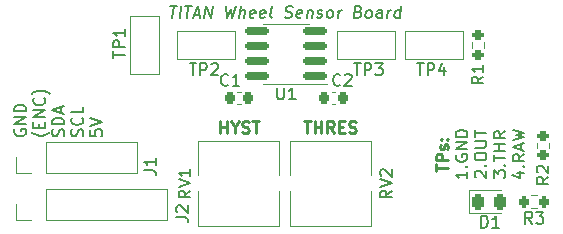
<source format=gto>
%TF.GenerationSoftware,KiCad,Pcbnew,6.0.2+dfsg-1*%
%TF.CreationDate,2022-08-15T18:10:52-04:00*%
%TF.ProjectId,titan_wheel,74697461-6e5f-4776-9865-656c2e6b6963,1*%
%TF.SameCoordinates,Original*%
%TF.FileFunction,Legend,Top*%
%TF.FilePolarity,Positive*%
%FSLAX46Y46*%
G04 Gerber Fmt 4.6, Leading zero omitted, Abs format (unit mm)*
G04 Created by KiCad (PCBNEW 6.0.2+dfsg-1) date 2022-08-15 18:10:52*
%MOMM*%
%LPD*%
G01*
G04 APERTURE LIST*
G04 Aperture macros list*
%AMRoundRect*
0 Rectangle with rounded corners*
0 $1 Rounding radius*
0 $2 $3 $4 $5 $6 $7 $8 $9 X,Y pos of 4 corners*
0 Add a 4 corners polygon primitive as box body*
4,1,4,$2,$3,$4,$5,$6,$7,$8,$9,$2,$3,0*
0 Add four circle primitives for the rounded corners*
1,1,$1+$1,$2,$3*
1,1,$1+$1,$4,$5*
1,1,$1+$1,$6,$7*
1,1,$1+$1,$8,$9*
0 Add four rect primitives between the rounded corners*
20,1,$1+$1,$2,$3,$4,$5,0*
20,1,$1+$1,$4,$5,$6,$7,0*
20,1,$1+$1,$6,$7,$8,$9,0*
20,1,$1+$1,$8,$9,$2,$3,0*%
G04 Aperture macros list end*
%ADD10C,0.150000*%
%ADD11C,0.250000*%
%ADD12C,0.120000*%
%ADD13RoundRect,0.200000X0.275000X-0.200000X0.275000X0.200000X-0.275000X0.200000X-0.275000X-0.200000X0*%
%ADD14C,2.000000*%
%ADD15RoundRect,0.150000X0.825000X0.150000X-0.825000X0.150000X-0.825000X-0.150000X0.825000X-0.150000X0*%
%ADD16RoundRect,0.200000X0.200000X0.275000X-0.200000X0.275000X-0.200000X-0.275000X0.200000X-0.275000X0*%
%ADD17C,1.440000*%
%ADD18R,1.700000X1.700000*%
%ADD19O,1.700000X1.700000*%
%ADD20C,3.200000*%
%ADD21RoundRect,0.225000X-0.225000X-0.250000X0.225000X-0.250000X0.225000X0.250000X-0.225000X0.250000X0*%
%ADD22RoundRect,0.225000X0.225000X0.250000X-0.225000X0.250000X-0.225000X-0.250000X0.225000X-0.250000X0*%
%ADD23RoundRect,0.243750X-0.243750X-0.456250X0.243750X-0.456250X0.243750X0.456250X-0.243750X0.456250X0*%
%ADD24C,2.500000*%
%ADD25C,1.000000*%
%ADD26C,1.500000*%
%ADD27O,1.600000X1.200000*%
%ADD28O,1.200000X1.200000*%
G04 APERTURE END LIST*
D10*
X121030000Y-50140595D02*
X120982380Y-50235833D01*
X120982380Y-50378690D01*
X121030000Y-50521547D01*
X121125238Y-50616785D01*
X121220476Y-50664404D01*
X121410952Y-50712023D01*
X121553809Y-50712023D01*
X121744285Y-50664404D01*
X121839523Y-50616785D01*
X121934761Y-50521547D01*
X121982380Y-50378690D01*
X121982380Y-50283452D01*
X121934761Y-50140595D01*
X121887142Y-50092976D01*
X121553809Y-50092976D01*
X121553809Y-50283452D01*
X121982380Y-49664404D02*
X120982380Y-49664404D01*
X121982380Y-49092976D01*
X120982380Y-49092976D01*
X121982380Y-48616785D02*
X120982380Y-48616785D01*
X120982380Y-48378690D01*
X121030000Y-48235833D01*
X121125238Y-48140595D01*
X121220476Y-48092976D01*
X121410952Y-48045357D01*
X121553809Y-48045357D01*
X121744285Y-48092976D01*
X121839523Y-48140595D01*
X121934761Y-48235833D01*
X121982380Y-48378690D01*
X121982380Y-48616785D01*
X123973333Y-50378690D02*
X123925714Y-50426309D01*
X123782857Y-50521547D01*
X123687619Y-50569166D01*
X123544761Y-50616785D01*
X123306666Y-50664404D01*
X123116190Y-50664404D01*
X122878095Y-50616785D01*
X122735238Y-50569166D01*
X122640000Y-50521547D01*
X122497142Y-50426309D01*
X122449523Y-50378690D01*
X123068571Y-49997738D02*
X123068571Y-49664404D01*
X123592380Y-49521547D02*
X123592380Y-49997738D01*
X122592380Y-49997738D01*
X122592380Y-49521547D01*
X123592380Y-49092976D02*
X122592380Y-49092976D01*
X123592380Y-48521547D01*
X122592380Y-48521547D01*
X123497142Y-47473928D02*
X123544761Y-47521547D01*
X123592380Y-47664404D01*
X123592380Y-47759642D01*
X123544761Y-47902500D01*
X123449523Y-47997738D01*
X123354285Y-48045357D01*
X123163809Y-48092976D01*
X123020952Y-48092976D01*
X122830476Y-48045357D01*
X122735238Y-47997738D01*
X122640000Y-47902500D01*
X122592380Y-47759642D01*
X122592380Y-47664404D01*
X122640000Y-47521547D01*
X122687619Y-47473928D01*
X123973333Y-47140595D02*
X123925714Y-47092976D01*
X123782857Y-46997738D01*
X123687619Y-46950119D01*
X123544761Y-46902500D01*
X123306666Y-46854880D01*
X123116190Y-46854880D01*
X122878095Y-46902500D01*
X122735238Y-46950119D01*
X122640000Y-46997738D01*
X122497142Y-47092976D01*
X122449523Y-47140595D01*
X125154761Y-50712023D02*
X125202380Y-50569166D01*
X125202380Y-50331071D01*
X125154761Y-50235833D01*
X125107142Y-50188214D01*
X125011904Y-50140595D01*
X124916666Y-50140595D01*
X124821428Y-50188214D01*
X124773809Y-50235833D01*
X124726190Y-50331071D01*
X124678571Y-50521547D01*
X124630952Y-50616785D01*
X124583333Y-50664404D01*
X124488095Y-50712023D01*
X124392857Y-50712023D01*
X124297619Y-50664404D01*
X124250000Y-50616785D01*
X124202380Y-50521547D01*
X124202380Y-50283452D01*
X124250000Y-50140595D01*
X125202380Y-49712023D02*
X124202380Y-49712023D01*
X124202380Y-49473928D01*
X124250000Y-49331071D01*
X124345238Y-49235833D01*
X124440476Y-49188214D01*
X124630952Y-49140595D01*
X124773809Y-49140595D01*
X124964285Y-49188214D01*
X125059523Y-49235833D01*
X125154761Y-49331071D01*
X125202380Y-49473928D01*
X125202380Y-49712023D01*
X124916666Y-48759642D02*
X124916666Y-48283452D01*
X125202380Y-48854880D02*
X124202380Y-48521547D01*
X125202380Y-48188214D01*
X126764761Y-50712023D02*
X126812380Y-50569166D01*
X126812380Y-50331071D01*
X126764761Y-50235833D01*
X126717142Y-50188214D01*
X126621904Y-50140595D01*
X126526666Y-50140595D01*
X126431428Y-50188214D01*
X126383809Y-50235833D01*
X126336190Y-50331071D01*
X126288571Y-50521547D01*
X126240952Y-50616785D01*
X126193333Y-50664404D01*
X126098095Y-50712023D01*
X126002857Y-50712023D01*
X125907619Y-50664404D01*
X125860000Y-50616785D01*
X125812380Y-50521547D01*
X125812380Y-50283452D01*
X125860000Y-50140595D01*
X126717142Y-49140595D02*
X126764761Y-49188214D01*
X126812380Y-49331071D01*
X126812380Y-49426309D01*
X126764761Y-49569166D01*
X126669523Y-49664404D01*
X126574285Y-49712023D01*
X126383809Y-49759642D01*
X126240952Y-49759642D01*
X126050476Y-49712023D01*
X125955238Y-49664404D01*
X125860000Y-49569166D01*
X125812380Y-49426309D01*
X125812380Y-49331071D01*
X125860000Y-49188214D01*
X125907619Y-49140595D01*
X126812380Y-48235833D02*
X126812380Y-48712023D01*
X125812380Y-48712023D01*
X127422380Y-50188214D02*
X127422380Y-50664404D01*
X127898571Y-50712023D01*
X127850952Y-50664404D01*
X127803333Y-50569166D01*
X127803333Y-50331071D01*
X127850952Y-50235833D01*
X127898571Y-50188214D01*
X127993809Y-50140595D01*
X128231904Y-50140595D01*
X128327142Y-50188214D01*
X128374761Y-50235833D01*
X128422380Y-50331071D01*
X128422380Y-50569166D01*
X128374761Y-50664404D01*
X128327142Y-50712023D01*
X127422380Y-49854880D02*
X128422380Y-49521547D01*
X127422380Y-49188214D01*
D11*
X145511904Y-49452380D02*
X146083333Y-49452380D01*
X145797619Y-50452380D02*
X145797619Y-49452380D01*
X146416666Y-50452380D02*
X146416666Y-49452380D01*
X146416666Y-49928571D02*
X146988095Y-49928571D01*
X146988095Y-50452380D02*
X146988095Y-49452380D01*
X148035714Y-50452380D02*
X147702380Y-49976190D01*
X147464285Y-50452380D02*
X147464285Y-49452380D01*
X147845238Y-49452380D01*
X147940476Y-49500000D01*
X147988095Y-49547619D01*
X148035714Y-49642857D01*
X148035714Y-49785714D01*
X147988095Y-49880952D01*
X147940476Y-49928571D01*
X147845238Y-49976190D01*
X147464285Y-49976190D01*
X148464285Y-49928571D02*
X148797619Y-49928571D01*
X148940476Y-50452380D02*
X148464285Y-50452380D01*
X148464285Y-49452380D01*
X148940476Y-49452380D01*
X149321428Y-50404761D02*
X149464285Y-50452380D01*
X149702380Y-50452380D01*
X149797619Y-50404761D01*
X149845238Y-50357142D01*
X149892857Y-50261904D01*
X149892857Y-50166666D01*
X149845238Y-50071428D01*
X149797619Y-50023809D01*
X149702380Y-49976190D01*
X149511904Y-49928571D01*
X149416666Y-49880952D01*
X149369047Y-49833333D01*
X149321428Y-49738095D01*
X149321428Y-49642857D01*
X149369047Y-49547619D01*
X149416666Y-49500000D01*
X149511904Y-49452380D01*
X149750000Y-49452380D01*
X149892857Y-49500000D01*
X138428571Y-50452380D02*
X138428571Y-49452380D01*
X138428571Y-49928571D02*
X139000000Y-49928571D01*
X139000000Y-50452380D02*
X139000000Y-49452380D01*
X139666666Y-49976190D02*
X139666666Y-50452380D01*
X139333333Y-49452380D02*
X139666666Y-49976190D01*
X140000000Y-49452380D01*
X140285714Y-50404761D02*
X140428571Y-50452380D01*
X140666666Y-50452380D01*
X140761904Y-50404761D01*
X140809523Y-50357142D01*
X140857142Y-50261904D01*
X140857142Y-50166666D01*
X140809523Y-50071428D01*
X140761904Y-50023809D01*
X140666666Y-49976190D01*
X140476190Y-49928571D01*
X140380952Y-49880952D01*
X140333333Y-49833333D01*
X140285714Y-49738095D01*
X140285714Y-49642857D01*
X140333333Y-49547619D01*
X140380952Y-49500000D01*
X140476190Y-49452380D01*
X140714285Y-49452380D01*
X140857142Y-49500000D01*
X141142857Y-49452380D02*
X141714285Y-49452380D01*
X141428571Y-50452380D02*
X141428571Y-49452380D01*
D10*
X134196994Y-39702380D02*
X134768422Y-39702380D01*
X134357708Y-40702380D02*
X134482708Y-39702380D01*
X134976755Y-40702380D02*
X135101755Y-39702380D01*
X135435089Y-39702380D02*
X136006517Y-39702380D01*
X135595803Y-40702380D02*
X135720803Y-39702380D01*
X136202946Y-40416666D02*
X136679136Y-40416666D01*
X136071994Y-40702380D02*
X136530327Y-39702380D01*
X136738660Y-40702380D01*
X137071994Y-40702380D02*
X137196994Y-39702380D01*
X137643422Y-40702380D01*
X137768422Y-39702380D01*
X138911279Y-39702380D02*
X139024375Y-40702380D01*
X139304136Y-39988095D01*
X139405327Y-40702380D01*
X139768422Y-39702380D01*
X140024375Y-40702380D02*
X140149375Y-39702380D01*
X140452946Y-40702380D02*
X140518422Y-40178571D01*
X140482708Y-40083333D01*
X140393422Y-40035714D01*
X140250565Y-40035714D01*
X140149375Y-40083333D01*
X140095803Y-40130952D01*
X141316041Y-40654761D02*
X141214851Y-40702380D01*
X141024375Y-40702380D01*
X140935089Y-40654761D01*
X140899375Y-40559523D01*
X140946994Y-40178571D01*
X141006517Y-40083333D01*
X141107708Y-40035714D01*
X141298184Y-40035714D01*
X141387470Y-40083333D01*
X141423184Y-40178571D01*
X141411279Y-40273809D01*
X140923184Y-40369047D01*
X142173184Y-40654761D02*
X142071994Y-40702380D01*
X141881517Y-40702380D01*
X141792232Y-40654761D01*
X141756517Y-40559523D01*
X141804136Y-40178571D01*
X141863660Y-40083333D01*
X141964851Y-40035714D01*
X142155327Y-40035714D01*
X142244613Y-40083333D01*
X142280327Y-40178571D01*
X142268422Y-40273809D01*
X141780327Y-40369047D01*
X142786279Y-40702380D02*
X142696994Y-40654761D01*
X142661279Y-40559523D01*
X142768422Y-39702380D01*
X143887470Y-40654761D02*
X144024375Y-40702380D01*
X144262470Y-40702380D01*
X144363660Y-40654761D01*
X144417232Y-40607142D01*
X144476755Y-40511904D01*
X144488660Y-40416666D01*
X144452946Y-40321428D01*
X144411279Y-40273809D01*
X144321994Y-40226190D01*
X144137470Y-40178571D01*
X144048184Y-40130952D01*
X144006517Y-40083333D01*
X143970803Y-39988095D01*
X143982708Y-39892857D01*
X144042232Y-39797619D01*
X144095803Y-39750000D01*
X144196994Y-39702380D01*
X144435089Y-39702380D01*
X144571994Y-39750000D01*
X145268422Y-40654761D02*
X145167232Y-40702380D01*
X144976755Y-40702380D01*
X144887470Y-40654761D01*
X144851755Y-40559523D01*
X144899375Y-40178571D01*
X144958898Y-40083333D01*
X145060089Y-40035714D01*
X145250565Y-40035714D01*
X145339851Y-40083333D01*
X145375565Y-40178571D01*
X145363660Y-40273809D01*
X144875565Y-40369047D01*
X145821994Y-40035714D02*
X145738660Y-40702380D01*
X145810089Y-40130952D02*
X145863660Y-40083333D01*
X145964851Y-40035714D01*
X146107708Y-40035714D01*
X146196994Y-40083333D01*
X146232708Y-40178571D01*
X146167232Y-40702380D01*
X146601755Y-40654761D02*
X146691041Y-40702380D01*
X146881517Y-40702380D01*
X146982708Y-40654761D01*
X147042232Y-40559523D01*
X147048184Y-40511904D01*
X147012470Y-40416666D01*
X146923184Y-40369047D01*
X146780327Y-40369047D01*
X146691041Y-40321428D01*
X146655327Y-40226190D01*
X146661279Y-40178571D01*
X146720803Y-40083333D01*
X146821994Y-40035714D01*
X146964851Y-40035714D01*
X147054136Y-40083333D01*
X147595803Y-40702380D02*
X147506517Y-40654761D01*
X147464851Y-40607142D01*
X147429136Y-40511904D01*
X147464851Y-40226190D01*
X147524375Y-40130952D01*
X147577946Y-40083333D01*
X147679136Y-40035714D01*
X147821994Y-40035714D01*
X147911279Y-40083333D01*
X147952946Y-40130952D01*
X147988660Y-40226190D01*
X147952946Y-40511904D01*
X147893422Y-40607142D01*
X147839851Y-40654761D01*
X147738660Y-40702380D01*
X147595803Y-40702380D01*
X148357708Y-40702380D02*
X148441041Y-40035714D01*
X148417232Y-40226190D02*
X148476755Y-40130952D01*
X148530327Y-40083333D01*
X148631517Y-40035714D01*
X148726755Y-40035714D01*
X150137470Y-40178571D02*
X150274375Y-40226190D01*
X150316041Y-40273809D01*
X150351755Y-40369047D01*
X150333898Y-40511904D01*
X150274375Y-40607142D01*
X150220803Y-40654761D01*
X150119613Y-40702380D01*
X149738660Y-40702380D01*
X149863660Y-39702380D01*
X150196994Y-39702380D01*
X150286279Y-39750000D01*
X150327946Y-39797619D01*
X150363660Y-39892857D01*
X150351755Y-39988095D01*
X150292232Y-40083333D01*
X150238660Y-40130952D01*
X150137470Y-40178571D01*
X149804136Y-40178571D01*
X150881517Y-40702380D02*
X150792232Y-40654761D01*
X150750565Y-40607142D01*
X150714851Y-40511904D01*
X150750565Y-40226190D01*
X150810089Y-40130952D01*
X150863660Y-40083333D01*
X150964851Y-40035714D01*
X151107708Y-40035714D01*
X151196994Y-40083333D01*
X151238660Y-40130952D01*
X151274375Y-40226190D01*
X151238660Y-40511904D01*
X151179136Y-40607142D01*
X151125565Y-40654761D01*
X151024375Y-40702380D01*
X150881517Y-40702380D01*
X152071994Y-40702380D02*
X152137470Y-40178571D01*
X152101755Y-40083333D01*
X152012470Y-40035714D01*
X151821994Y-40035714D01*
X151720803Y-40083333D01*
X152077946Y-40654761D02*
X151976755Y-40702380D01*
X151738660Y-40702380D01*
X151649375Y-40654761D01*
X151613660Y-40559523D01*
X151625565Y-40464285D01*
X151685089Y-40369047D01*
X151786279Y-40321428D01*
X152024375Y-40321428D01*
X152125565Y-40273809D01*
X152548184Y-40702380D02*
X152631517Y-40035714D01*
X152607708Y-40226190D02*
X152667232Y-40130952D01*
X152720803Y-40083333D01*
X152821994Y-40035714D01*
X152917232Y-40035714D01*
X153595803Y-40702380D02*
X153720803Y-39702380D01*
X153601755Y-40654761D02*
X153500565Y-40702380D01*
X153310089Y-40702380D01*
X153220803Y-40654761D01*
X153179136Y-40607142D01*
X153143422Y-40511904D01*
X153179136Y-40226190D01*
X153238660Y-40130952D01*
X153292232Y-40083333D01*
X153393422Y-40035714D01*
X153583898Y-40035714D01*
X153673184Y-40083333D01*
D11*
X156702380Y-53678571D02*
X156702380Y-53107142D01*
X157702380Y-53392857D02*
X156702380Y-53392857D01*
X157702380Y-52773809D02*
X156702380Y-52773809D01*
X156702380Y-52392857D01*
X156750000Y-52297619D01*
X156797619Y-52250000D01*
X156892857Y-52202380D01*
X157035714Y-52202380D01*
X157130952Y-52250000D01*
X157178571Y-52297619D01*
X157226190Y-52392857D01*
X157226190Y-52773809D01*
X157654761Y-51821428D02*
X157702380Y-51726190D01*
X157702380Y-51535714D01*
X157654761Y-51440476D01*
X157559523Y-51392857D01*
X157511904Y-51392857D01*
X157416666Y-51440476D01*
X157369047Y-51535714D01*
X157369047Y-51678571D01*
X157321428Y-51773809D01*
X157226190Y-51821428D01*
X157178571Y-51821428D01*
X157083333Y-51773809D01*
X157035714Y-51678571D01*
X157035714Y-51535714D01*
X157083333Y-51440476D01*
X157607142Y-50964285D02*
X157654761Y-50916666D01*
X157702380Y-50964285D01*
X157654761Y-51011904D01*
X157607142Y-50964285D01*
X157702380Y-50964285D01*
X157083333Y-50964285D02*
X157130952Y-50916666D01*
X157178571Y-50964285D01*
X157130952Y-51011904D01*
X157083333Y-50964285D01*
X157178571Y-50964285D01*
D10*
X159342380Y-53726190D02*
X159342380Y-54297619D01*
X159342380Y-54011904D02*
X158342380Y-54011904D01*
X158485238Y-54107142D01*
X158580476Y-54202380D01*
X158628095Y-54297619D01*
X159247142Y-53297619D02*
X159294761Y-53250000D01*
X159342380Y-53297619D01*
X159294761Y-53345238D01*
X159247142Y-53297619D01*
X159342380Y-53297619D01*
X158390000Y-52297619D02*
X158342380Y-52392857D01*
X158342380Y-52535714D01*
X158390000Y-52678571D01*
X158485238Y-52773809D01*
X158580476Y-52821428D01*
X158770952Y-52869047D01*
X158913809Y-52869047D01*
X159104285Y-52821428D01*
X159199523Y-52773809D01*
X159294761Y-52678571D01*
X159342380Y-52535714D01*
X159342380Y-52440476D01*
X159294761Y-52297619D01*
X159247142Y-52250000D01*
X158913809Y-52250000D01*
X158913809Y-52440476D01*
X159342380Y-51821428D02*
X158342380Y-51821428D01*
X159342380Y-51250000D01*
X158342380Y-51250000D01*
X159342380Y-50773809D02*
X158342380Y-50773809D01*
X158342380Y-50535714D01*
X158390000Y-50392857D01*
X158485238Y-50297619D01*
X158580476Y-50250000D01*
X158770952Y-50202380D01*
X158913809Y-50202380D01*
X159104285Y-50250000D01*
X159199523Y-50297619D01*
X159294761Y-50392857D01*
X159342380Y-50535714D01*
X159342380Y-50773809D01*
X160047619Y-54202380D02*
X160000000Y-54154761D01*
X159952380Y-54059523D01*
X159952380Y-53821428D01*
X160000000Y-53726190D01*
X160047619Y-53678571D01*
X160142857Y-53630952D01*
X160238095Y-53630952D01*
X160380952Y-53678571D01*
X160952380Y-54250000D01*
X160952380Y-53630952D01*
X160857142Y-53202380D02*
X160904761Y-53154761D01*
X160952380Y-53202380D01*
X160904761Y-53250000D01*
X160857142Y-53202380D01*
X160952380Y-53202380D01*
X159952380Y-52535714D02*
X159952380Y-52345238D01*
X160000000Y-52250000D01*
X160095238Y-52154761D01*
X160285714Y-52107142D01*
X160619047Y-52107142D01*
X160809523Y-52154761D01*
X160904761Y-52250000D01*
X160952380Y-52345238D01*
X160952380Y-52535714D01*
X160904761Y-52630952D01*
X160809523Y-52726190D01*
X160619047Y-52773809D01*
X160285714Y-52773809D01*
X160095238Y-52726190D01*
X160000000Y-52630952D01*
X159952380Y-52535714D01*
X159952380Y-51678571D02*
X160761904Y-51678571D01*
X160857142Y-51630952D01*
X160904761Y-51583333D01*
X160952380Y-51488095D01*
X160952380Y-51297619D01*
X160904761Y-51202380D01*
X160857142Y-51154761D01*
X160761904Y-51107142D01*
X159952380Y-51107142D01*
X159952380Y-50773809D02*
X159952380Y-50202380D01*
X160952380Y-50488095D02*
X159952380Y-50488095D01*
X161562380Y-54226190D02*
X161562380Y-53607142D01*
X161943333Y-53940476D01*
X161943333Y-53797619D01*
X161990952Y-53702380D01*
X162038571Y-53654761D01*
X162133809Y-53607142D01*
X162371904Y-53607142D01*
X162467142Y-53654761D01*
X162514761Y-53702380D01*
X162562380Y-53797619D01*
X162562380Y-54083333D01*
X162514761Y-54178571D01*
X162467142Y-54226190D01*
X162467142Y-53178571D02*
X162514761Y-53130952D01*
X162562380Y-53178571D01*
X162514761Y-53226190D01*
X162467142Y-53178571D01*
X162562380Y-53178571D01*
X161562380Y-52845238D02*
X161562380Y-52273809D01*
X162562380Y-52559523D02*
X161562380Y-52559523D01*
X162562380Y-51940476D02*
X161562380Y-51940476D01*
X162038571Y-51940476D02*
X162038571Y-51369047D01*
X162562380Y-51369047D02*
X161562380Y-51369047D01*
X162562380Y-50321428D02*
X162086190Y-50654761D01*
X162562380Y-50892857D02*
X161562380Y-50892857D01*
X161562380Y-50511904D01*
X161610000Y-50416666D01*
X161657619Y-50369047D01*
X161752857Y-50321428D01*
X161895714Y-50321428D01*
X161990952Y-50369047D01*
X162038571Y-50416666D01*
X162086190Y-50511904D01*
X162086190Y-50892857D01*
X163505714Y-53797619D02*
X164172380Y-53797619D01*
X163124761Y-54035714D02*
X163839047Y-54273809D01*
X163839047Y-53654761D01*
X164077142Y-53273809D02*
X164124761Y-53226190D01*
X164172380Y-53273809D01*
X164124761Y-53321428D01*
X164077142Y-53273809D01*
X164172380Y-53273809D01*
X164172380Y-52226190D02*
X163696190Y-52559523D01*
X164172380Y-52797619D02*
X163172380Y-52797619D01*
X163172380Y-52416666D01*
X163220000Y-52321428D01*
X163267619Y-52273809D01*
X163362857Y-52226190D01*
X163505714Y-52226190D01*
X163600952Y-52273809D01*
X163648571Y-52321428D01*
X163696190Y-52416666D01*
X163696190Y-52797619D01*
X163886666Y-51845238D02*
X163886666Y-51369047D01*
X164172380Y-51940476D02*
X163172380Y-51607142D01*
X164172380Y-51273809D01*
X163172380Y-51035714D02*
X164172380Y-50797619D01*
X163458095Y-50607142D01*
X164172380Y-50416666D01*
X163172380Y-50178571D01*
X160702380Y-45666666D02*
X160226190Y-46000000D01*
X160702380Y-46238095D02*
X159702380Y-46238095D01*
X159702380Y-45857142D01*
X159750000Y-45761904D01*
X159797619Y-45714285D01*
X159892857Y-45666666D01*
X160035714Y-45666666D01*
X160130952Y-45714285D01*
X160178571Y-45761904D01*
X160226190Y-45857142D01*
X160226190Y-46238095D01*
X160702380Y-44714285D02*
X160702380Y-45285714D01*
X160702380Y-45000000D02*
X159702380Y-45000000D01*
X159845238Y-45095238D01*
X159940476Y-45190476D01*
X159988095Y-45285714D01*
X155068095Y-44552380D02*
X155639523Y-44552380D01*
X155353809Y-45552380D02*
X155353809Y-44552380D01*
X155972857Y-45552380D02*
X155972857Y-44552380D01*
X156353809Y-44552380D01*
X156449047Y-44600000D01*
X156496666Y-44647619D01*
X156544285Y-44742857D01*
X156544285Y-44885714D01*
X156496666Y-44980952D01*
X156449047Y-45028571D01*
X156353809Y-45076190D01*
X155972857Y-45076190D01*
X157401428Y-44885714D02*
X157401428Y-45552380D01*
X157163333Y-44504761D02*
X156925238Y-45219047D01*
X157544285Y-45219047D01*
X143238095Y-46602380D02*
X143238095Y-47411904D01*
X143285714Y-47507142D01*
X143333333Y-47554761D01*
X143428571Y-47602380D01*
X143619047Y-47602380D01*
X143714285Y-47554761D01*
X143761904Y-47507142D01*
X143809523Y-47411904D01*
X143809523Y-46602380D01*
X144809523Y-47602380D02*
X144238095Y-47602380D01*
X144523809Y-47602380D02*
X144523809Y-46602380D01*
X144428571Y-46745238D01*
X144333333Y-46840476D01*
X144238095Y-46888095D01*
X164833333Y-58132380D02*
X164500000Y-57656190D01*
X164261904Y-58132380D02*
X164261904Y-57132380D01*
X164642857Y-57132380D01*
X164738095Y-57180000D01*
X164785714Y-57227619D01*
X164833333Y-57322857D01*
X164833333Y-57465714D01*
X164785714Y-57560952D01*
X164738095Y-57608571D01*
X164642857Y-57656190D01*
X164261904Y-57656190D01*
X165166666Y-57132380D02*
X165785714Y-57132380D01*
X165452380Y-57513333D01*
X165595238Y-57513333D01*
X165690476Y-57560952D01*
X165738095Y-57608571D01*
X165785714Y-57703809D01*
X165785714Y-57941904D01*
X165738095Y-58037142D01*
X165690476Y-58084761D01*
X165595238Y-58132380D01*
X165309523Y-58132380D01*
X165214285Y-58084761D01*
X165166666Y-58037142D01*
X152952380Y-55330238D02*
X152476190Y-55663571D01*
X152952380Y-55901666D02*
X151952380Y-55901666D01*
X151952380Y-55520714D01*
X152000000Y-55425476D01*
X152047619Y-55377857D01*
X152142857Y-55330238D01*
X152285714Y-55330238D01*
X152380952Y-55377857D01*
X152428571Y-55425476D01*
X152476190Y-55520714D01*
X152476190Y-55901666D01*
X151952380Y-55044523D02*
X152952380Y-54711190D01*
X151952380Y-54377857D01*
X152047619Y-54092142D02*
X152000000Y-54044523D01*
X151952380Y-53949285D01*
X151952380Y-53711190D01*
X152000000Y-53615952D01*
X152047619Y-53568333D01*
X152142857Y-53520714D01*
X152238095Y-53520714D01*
X152380952Y-53568333D01*
X152952380Y-54139761D01*
X152952380Y-53520714D01*
X134702380Y-57583333D02*
X135416666Y-57583333D01*
X135559523Y-57630952D01*
X135654761Y-57726190D01*
X135702380Y-57869047D01*
X135702380Y-57964285D01*
X134797619Y-57154761D02*
X134750000Y-57107142D01*
X134702380Y-57011904D01*
X134702380Y-56773809D01*
X134750000Y-56678571D01*
X134797619Y-56630952D01*
X134892857Y-56583333D01*
X134988095Y-56583333D01*
X135130952Y-56630952D01*
X135702380Y-57202380D01*
X135702380Y-56583333D01*
X129352380Y-44091904D02*
X129352380Y-43520476D01*
X130352380Y-43806190D02*
X129352380Y-43806190D01*
X130352380Y-43187142D02*
X129352380Y-43187142D01*
X129352380Y-42806190D01*
X129400000Y-42710952D01*
X129447619Y-42663333D01*
X129542857Y-42615714D01*
X129685714Y-42615714D01*
X129780952Y-42663333D01*
X129828571Y-42710952D01*
X129876190Y-42806190D01*
X129876190Y-43187142D01*
X130352380Y-41663333D02*
X130352380Y-42234761D01*
X130352380Y-41949047D02*
X129352380Y-41949047D01*
X129495238Y-42044285D01*
X129590476Y-42139523D01*
X129638095Y-42234761D01*
X148583333Y-46357142D02*
X148535714Y-46404761D01*
X148392857Y-46452380D01*
X148297619Y-46452380D01*
X148154761Y-46404761D01*
X148059523Y-46309523D01*
X148011904Y-46214285D01*
X147964285Y-46023809D01*
X147964285Y-45880952D01*
X148011904Y-45690476D01*
X148059523Y-45595238D01*
X148154761Y-45500000D01*
X148297619Y-45452380D01*
X148392857Y-45452380D01*
X148535714Y-45500000D01*
X148583333Y-45547619D01*
X148964285Y-45547619D02*
X149011904Y-45500000D01*
X149107142Y-45452380D01*
X149345238Y-45452380D01*
X149440476Y-45500000D01*
X149488095Y-45547619D01*
X149535714Y-45642857D01*
X149535714Y-45738095D01*
X149488095Y-45880952D01*
X148916666Y-46452380D01*
X149535714Y-46452380D01*
X135887380Y-55330238D02*
X135411190Y-55663571D01*
X135887380Y-55901666D02*
X134887380Y-55901666D01*
X134887380Y-55520714D01*
X134935000Y-55425476D01*
X134982619Y-55377857D01*
X135077857Y-55330238D01*
X135220714Y-55330238D01*
X135315952Y-55377857D01*
X135363571Y-55425476D01*
X135411190Y-55520714D01*
X135411190Y-55901666D01*
X134887380Y-55044523D02*
X135887380Y-54711190D01*
X134887380Y-54377857D01*
X135887380Y-53520714D02*
X135887380Y-54092142D01*
X135887380Y-53806428D02*
X134887380Y-53806428D01*
X135030238Y-53901666D01*
X135125476Y-53996904D01*
X135173095Y-54092142D01*
X135818095Y-44552380D02*
X136389523Y-44552380D01*
X136103809Y-45552380D02*
X136103809Y-44552380D01*
X136722857Y-45552380D02*
X136722857Y-44552380D01*
X137103809Y-44552380D01*
X137199047Y-44600000D01*
X137246666Y-44647619D01*
X137294285Y-44742857D01*
X137294285Y-44885714D01*
X137246666Y-44980952D01*
X137199047Y-45028571D01*
X137103809Y-45076190D01*
X136722857Y-45076190D01*
X137675238Y-44647619D02*
X137722857Y-44600000D01*
X137818095Y-44552380D01*
X138056190Y-44552380D01*
X138151428Y-44600000D01*
X138199047Y-44647619D01*
X138246666Y-44742857D01*
X138246666Y-44838095D01*
X138199047Y-44980952D01*
X137627619Y-45552380D01*
X138246666Y-45552380D01*
X166202380Y-54166666D02*
X165726190Y-54500000D01*
X166202380Y-54738095D02*
X165202380Y-54738095D01*
X165202380Y-54357142D01*
X165250000Y-54261904D01*
X165297619Y-54214285D01*
X165392857Y-54166666D01*
X165535714Y-54166666D01*
X165630952Y-54214285D01*
X165678571Y-54261904D01*
X165726190Y-54357142D01*
X165726190Y-54738095D01*
X165297619Y-53785714D02*
X165250000Y-53738095D01*
X165202380Y-53642857D01*
X165202380Y-53404761D01*
X165250000Y-53309523D01*
X165297619Y-53261904D01*
X165392857Y-53214285D01*
X165488095Y-53214285D01*
X165630952Y-53261904D01*
X166202380Y-53833333D01*
X166202380Y-53214285D01*
X139083333Y-46357142D02*
X139035714Y-46404761D01*
X138892857Y-46452380D01*
X138797619Y-46452380D01*
X138654761Y-46404761D01*
X138559523Y-46309523D01*
X138511904Y-46214285D01*
X138464285Y-46023809D01*
X138464285Y-45880952D01*
X138511904Y-45690476D01*
X138559523Y-45595238D01*
X138654761Y-45500000D01*
X138797619Y-45452380D01*
X138892857Y-45452380D01*
X139035714Y-45500000D01*
X139083333Y-45547619D01*
X140035714Y-46452380D02*
X139464285Y-46452380D01*
X139750000Y-46452380D02*
X139750000Y-45452380D01*
X139654761Y-45595238D01*
X139559523Y-45690476D01*
X139464285Y-45738095D01*
X160511904Y-58452380D02*
X160511904Y-57452380D01*
X160750000Y-57452380D01*
X160892857Y-57500000D01*
X160988095Y-57595238D01*
X161035714Y-57690476D01*
X161083333Y-57880952D01*
X161083333Y-58023809D01*
X161035714Y-58214285D01*
X160988095Y-58309523D01*
X160892857Y-58404761D01*
X160750000Y-58452380D01*
X160511904Y-58452380D01*
X162035714Y-58452380D02*
X161464285Y-58452380D01*
X161750000Y-58452380D02*
X161750000Y-57452380D01*
X161654761Y-57595238D01*
X161559523Y-57690476D01*
X161464285Y-57738095D01*
X149738095Y-44552380D02*
X150309523Y-44552380D01*
X150023809Y-45552380D02*
X150023809Y-44552380D01*
X150642857Y-45552380D02*
X150642857Y-44552380D01*
X151023809Y-44552380D01*
X151119047Y-44600000D01*
X151166666Y-44647619D01*
X151214285Y-44742857D01*
X151214285Y-44885714D01*
X151166666Y-44980952D01*
X151119047Y-45028571D01*
X151023809Y-45076190D01*
X150642857Y-45076190D01*
X151547619Y-44552380D02*
X152166666Y-44552380D01*
X151833333Y-44933333D01*
X151976190Y-44933333D01*
X152071428Y-44980952D01*
X152119047Y-45028571D01*
X152166666Y-45123809D01*
X152166666Y-45361904D01*
X152119047Y-45457142D01*
X152071428Y-45504761D01*
X151976190Y-45552380D01*
X151690476Y-45552380D01*
X151595238Y-45504761D01*
X151547619Y-45457142D01*
X131952380Y-53583333D02*
X132666666Y-53583333D01*
X132809523Y-53630952D01*
X132904761Y-53726190D01*
X132952380Y-53869047D01*
X132952380Y-53964285D01*
X132952380Y-52583333D02*
X132952380Y-53154761D01*
X132952380Y-52869047D02*
X131952380Y-52869047D01*
X132095238Y-52964285D01*
X132190476Y-53059523D01*
X132238095Y-53154761D01*
D12*
X159727500Y-43237258D02*
X159727500Y-42762742D01*
X160772500Y-43237258D02*
X160772500Y-42762742D01*
X158930000Y-44200000D02*
X158930000Y-41800000D01*
X154030000Y-41800000D02*
X154030000Y-44200000D01*
X154030000Y-44200000D02*
X158930000Y-44200000D01*
X158930000Y-41800000D02*
X154030000Y-41800000D01*
X144000000Y-46310000D02*
X147450000Y-46310000D01*
X144000000Y-41190000D02*
X142050000Y-41190000D01*
X144000000Y-41190000D02*
X145950000Y-41190000D01*
X144000000Y-46310000D02*
X142050000Y-46310000D01*
X165237258Y-55727500D02*
X164762742Y-55727500D01*
X165237258Y-56772500D02*
X164762742Y-56772500D01*
X151155000Y-54025000D02*
X151155000Y-51115000D01*
X151155000Y-58355000D02*
X151155000Y-55325000D01*
X144315000Y-58355000D02*
X151155000Y-58355000D01*
X144315000Y-51115000D02*
X151155000Y-51115000D01*
X144315000Y-54025000D02*
X144315000Y-51115000D01*
X144315000Y-58355000D02*
X144315000Y-55325000D01*
X122425000Y-57830000D02*
X121095000Y-57830000D01*
X133915000Y-57830000D02*
X133915000Y-55170000D01*
X123695000Y-57830000D02*
X133915000Y-57830000D01*
X123695000Y-57830000D02*
X123695000Y-55170000D01*
X123695000Y-55170000D02*
X133915000Y-55170000D01*
X121095000Y-57830000D02*
X121095000Y-56500000D01*
X133200000Y-40530000D02*
X130800000Y-40530000D01*
X130800000Y-40530000D02*
X130800000Y-45430000D01*
X133200000Y-45430000D02*
X133200000Y-40530000D01*
X130800000Y-45430000D02*
X133200000Y-45430000D01*
X147859420Y-46990000D02*
X148140580Y-46990000D01*
X147859420Y-48010000D02*
X148140580Y-48010000D01*
X136565000Y-58355000D02*
X143405000Y-58355000D01*
X136565000Y-58355000D02*
X136565000Y-55325000D01*
X143405000Y-58355000D02*
X143405000Y-55325000D01*
X136565000Y-54025000D02*
X136565000Y-51115000D01*
X143405000Y-54025000D02*
X143405000Y-51115000D01*
X136565000Y-51115000D02*
X143405000Y-51115000D01*
X139680000Y-41800000D02*
X134780000Y-41800000D01*
X134780000Y-41800000D02*
X134780000Y-44200000D01*
X139680000Y-44200000D02*
X139680000Y-41800000D01*
X134780000Y-44200000D02*
X139680000Y-44200000D01*
X165227500Y-51737258D02*
X165227500Y-51262742D01*
X166272500Y-51737258D02*
X166272500Y-51262742D01*
X140140580Y-48010000D02*
X139859420Y-48010000D01*
X140140580Y-46990000D02*
X139859420Y-46990000D01*
X162175000Y-55290000D02*
X159490000Y-55290000D01*
X159490000Y-57210000D02*
X162175000Y-57210000D01*
X159490000Y-55290000D02*
X159490000Y-57210000D01*
X153180000Y-44200000D02*
X153180000Y-41800000D01*
X153180000Y-41800000D02*
X148280000Y-41800000D01*
X148280000Y-44200000D02*
X153180000Y-44200000D01*
X148280000Y-41800000D02*
X148280000Y-44200000D01*
X122425000Y-53830000D02*
X121095000Y-53830000D01*
X123695000Y-53830000D02*
X131375000Y-53830000D01*
X123695000Y-51170000D02*
X131375000Y-51170000D01*
X123695000Y-53830000D02*
X123695000Y-51170000D01*
X131375000Y-53830000D02*
X131375000Y-51170000D01*
X121095000Y-53830000D02*
X121095000Y-52500000D01*
%LPC*%
D13*
X160250000Y-43825000D03*
X160250000Y-42175000D03*
D14*
X157770000Y-43000000D03*
X155230000Y-43000000D03*
D15*
X146475000Y-45655000D03*
X146475000Y-44385000D03*
X146475000Y-43115000D03*
X146475000Y-41845000D03*
X141525000Y-41845000D03*
X141525000Y-43115000D03*
X141525000Y-44385000D03*
X141525000Y-45655000D03*
D16*
X165825000Y-56250000D03*
X164175000Y-56250000D03*
D17*
X150275000Y-54675000D03*
X147735000Y-52135000D03*
X145195000Y-54675000D03*
D18*
X122425000Y-56500000D03*
D19*
X124965000Y-56500000D03*
X127505000Y-56500000D03*
X130045000Y-56500000D03*
X132585000Y-56500000D03*
D20*
X154500000Y-49000000D03*
D14*
X132000000Y-41730000D03*
X132000000Y-44270000D03*
D21*
X147225000Y-47500000D03*
X148775000Y-47500000D03*
D17*
X142525000Y-54675000D03*
X139985000Y-52135000D03*
X137445000Y-54675000D03*
D14*
X135980000Y-43000000D03*
X138520000Y-43000000D03*
D20*
X133500000Y-49000000D03*
D13*
X165750000Y-52325000D03*
X165750000Y-50675000D03*
D22*
X140775000Y-47500000D03*
X139225000Y-47500000D03*
D23*
X160237500Y-56250000D03*
X162112500Y-56250000D03*
D14*
X152020000Y-43000000D03*
X149480000Y-43000000D03*
D18*
X122425000Y-52500000D03*
D19*
X124965000Y-52500000D03*
X127505000Y-52500000D03*
X130045000Y-52500000D03*
D24*
X166400000Y-44500000D03*
D25*
X162050000Y-49150000D03*
D24*
X162600000Y-44500000D03*
D26*
X165770000Y-41750000D03*
X163230000Y-41750000D03*
X165770000Y-47250000D03*
X163230000Y-47250000D03*
D27*
X127540000Y-44000000D03*
D28*
X125000000Y-46540000D03*
X122460000Y-44000000D03*
X125000000Y-41460000D03*
M02*

</source>
